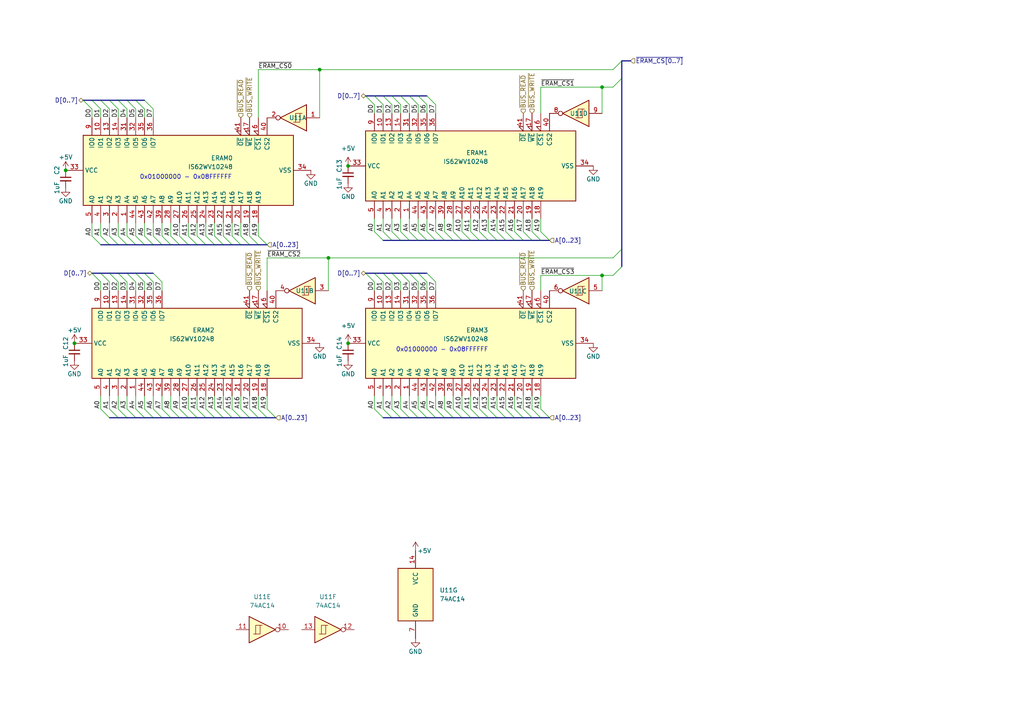
<source format=kicad_sch>
(kicad_sch (version 20211123) (generator eeschema)
  (paper "A4")
  (lib_symbols
    (symbol "74xx:74HC14" (pin_names (offset 1.016))
      (property "Reference" "U" (at 0 1.27 0))
      (property "Value" "74HC14" (at 0 -1.27 0))
      (symbol "74HC14_1_0"
        (polyline (pts (xy -3.81 3.81) (xy -3.81 -3.81) (xy 3.81 0) (xy -3.81 3.81)) (stroke (width 0.254)) (fill (type background)))
        (pin input line (at -7.62 0 0) (length 3.81) (name "~") (number "1"))
        (pin output inverted (at 7.62 0 180) (length 3.81) (name "~") (number "2"))
      )
      (symbol "74HC14_1_1"
        (polyline (pts (xy -1.905 -1.27) (xy -1.905 1.27) (xy -0.635 1.27)))
        (polyline (pts (xy -2.54 -1.27) (xy -0.635 -1.27) (xy -0.635 1.27) (xy 0 1.27)))
      )
      (symbol "74HC14_2_0"
        (polyline (pts (xy -3.81 3.81) (xy -3.81 -3.81) (xy 3.81 0) (xy -3.81 3.81)) (stroke (width 0.254)) (fill (type background)))
        (pin input line (at -7.62 0 0) (length 3.81) (name "~") (number "3"))
        (pin output inverted (at 7.62 0 180) (length 3.81) (name "~") (number "4"))
      )
      (symbol "74HC14_2_1"
        (polyline (pts (xy -1.905 -1.27) (xy -1.905 1.27) (xy -0.635 1.27)))
        (polyline (pts (xy -2.54 -1.27) (xy -0.635 -1.27) (xy -0.635 1.27) (xy 0 1.27)))
      )
      (symbol "74HC14_3_0"
        (polyline (pts (xy -3.81 3.81) (xy -3.81 -3.81) (xy 3.81 0) (xy -3.81 3.81)) (stroke (width 0.254)) (fill (type background)))
        (pin input line (at -7.62 0 0) (length 3.81) (name "~") (number "5"))
        (pin output inverted (at 7.62 0 180) (length 3.81) (name "~") (number "6"))
      )
      (symbol "74HC14_3_1"
        (polyline (pts (xy -1.905 -1.27) (xy -1.905 1.27) (xy -0.635 1.27)))
        (polyline (pts (xy -2.54 -1.27) (xy -0.635 -1.27) (xy -0.635 1.27) (xy 0 1.27)))
      )
      (symbol "74HC14_4_0"
        (polyline (pts (xy -3.81 3.81) (xy -3.81 -3.81) (xy 3.81 0) (xy -3.81 3.81)) (stroke (width 0.254)) (fill (type background)))
        (pin output inverted (at 7.62 0 180) (length 3.81) (name "~") (number "8"))
        (pin input line (at -7.62 0 0) (length 3.81) (name "~") (number "9"))
      )
      (symbol "74HC14_4_1"
        (polyline (pts (xy -1.905 -1.27) (xy -1.905 1.27) (xy -0.635 1.27)))
        (polyline (pts (xy -2.54 -1.27) (xy -0.635 -1.27) (xy -0.635 1.27) (xy 0 1.27)))
      )
      (symbol "74HC14_5_0"
        (polyline (pts (xy -3.81 3.81) (xy -3.81 -3.81) (xy 3.81 0) (xy -3.81 3.81)) (stroke (width 0.254)) (fill (type background)))
        (pin output inverted (at 7.62 0 180) (length 3.81) (name "~") (number "10"))
        (pin input line (at -7.62 0 0) (length 3.81) (name "~") (number "11"))
      )
      (symbol "74HC14_5_1"
        (polyline (pts (xy -1.905 -1.27) (xy -1.905 1.27) (xy -0.635 1.27)))
        (polyline (pts (xy -2.54 -1.27) (xy -0.635 -1.27) (xy -0.635 1.27) (xy 0 1.27)))
      )
      (symbol "74HC14_6_0"
        (polyline (pts (xy -3.81 3.81) (xy -3.81 -3.81) (xy 3.81 0) (xy -3.81 3.81)) (stroke (width 0.254)) (fill (type background)))
        (pin output inverted (at 7.62 0 180) (length 3.81) (name "~") (number "12"))
        (pin input line (at -7.62 0 0) (length 3.81) (name "~") (number "13"))
      )
      (symbol "74HC14_6_1"
        (polyline (pts (xy -1.905 -1.27) (xy -1.905 1.27) (xy -0.635 1.27)))
        (polyline (pts (xy -2.54 -1.27) (xy -0.635 -1.27) (xy -0.635 1.27) (xy 0 1.27)))
      )
      (symbol "74HC14_7_0"
        (pin power_in line (at 0 12.7 270) (length 5.08) (name "VCC") (number "14"))
        (pin power_in line (at 0 -12.7 90) (length 5.08) (name "GND") (number "7"))
      )
      (symbol "74HC14_7_1"
        (rectangle (start -5.08 7.62) (end 5.08 -7.62) (stroke (width 0.254)) (fill (type background)))
      )
    )
    (symbol "Custom:IS62WV10248"
      (property "Reference" "U" (at -8.89 31.75 0))
      (property "Value" "IS62WV10248" (at 8.89 31.75 0))
      (symbol "IS62WV10248_0_1"
        (rectangle (start -10.16 30.48) (end 10.16 -30.48) (stroke (width 0.254)) (fill (type background)))
      )
      (symbol "IS62WV10248_1_1"
        (pin input line (at 15.24 17.78 180) (length 5.08) (name "A4") (number "1"))
        (pin bidirectional line (at -15.24 25.4 0) (length 5.08) (name "IO1") (number "10"))
        (pin bidirectional line (at -15.24 22.86 0) (length 5.08) (name "IO2") (number "13"))
        (pin bidirectional line (at -15.24 20.32 0) (length 5.08) (name "IO3") (number "14"))
        (pin input input_low (at -15.24 -17.78 0) (length 5.08) (name "~{WE}") (number "17"))
        (pin input line (at 15.24 -20.32 180) (length 5.08) (name "A19") (number "18"))
        (pin input line (at 15.24 -17.78 180) (length 5.08) (name "A18") (number "19"))
        (pin input line (at 15.24 20.32 180) (length 5.08) (name "A3") (number "2"))
        (pin input line (at 15.24 -15.24 180) (length 5.08) (name "A17") (number "20"))
        (pin input line (at 15.24 -12.7 180) (length 5.08) (name "A16") (number "21"))
        (pin input line (at 15.24 -10.16 180) (length 5.08) (name "A15") (number "22"))
        (pin input line (at 15.24 -7.62 180) (length 5.08) (name "A14") (number "23"))
        (pin input line (at 15.24 -5.08 180) (length 5.08) (name "A13") (number "24"))
        (pin input line (at 15.24 -2.54 180) (length 5.08) (name "A12") (number "25"))
        (pin input line (at 15.24 0 180) (length 5.08) (name "A11") (number "26"))
        (pin input line (at 15.24 2.54 180) (length 5.08) (name "A10") (number "27"))
        (pin input line (at 15.24 5.08 180) (length 5.08) (name "A9") (number "28"))
        (pin input line (at 15.24 22.86 180) (length 5.08) (name "A2") (number "3"))
        (pin bidirectional line (at -15.24 17.78 0) (length 5.08) (name "IO4") (number "31"))
        (pin bidirectional line (at -15.24 15.24 0) (length 5.08) (name "IO5") (number "32"))
        (pin power_in line (at 0 35.56 270) (length 5.08) (name "VCC") (number "33"))
        (pin power_in line (at 0 -35.56 90) (length 5.08) (name "VSS") (number "34"))
        (pin bidirectional line (at -15.24 12.7 0) (length 5.08) (name "IO6") (number "35"))
        (pin bidirectional line (at -15.24 10.16 0) (length 5.08) (name "IO7") (number "36"))
        (pin input line (at 15.24 7.62 180) (length 5.08) (name "A8") (number "39"))
        (pin input line (at 15.24 25.4 180) (length 5.08) (name "A1") (number "4"))
        (pin input line (at -15.24 -22.86 0) (length 5.08) (name "CS2") (number "40"))
        (pin input input_low (at -15.24 -15.24 0) (length 5.08) (name "~{OE}") (number "41"))
        (pin input line (at 15.24 10.16 180) (length 5.08) (name "A7") (number "42"))
        (pin input line (at 15.24 12.7 180) (length 5.08) (name "A6") (number "43"))
        (pin input line (at 15.24 15.24 180) (length 5.08) (name "A5") (number "44"))
        (pin input line (at 15.24 27.94 180) (length 5.08) (name "A0") (number "5"))
        (pin input input_low (at -15.24 -20.32 0) (length 5.08) (name "~{CS1}") (number "6"))
        (pin bidirectional line (at -15.24 27.94 0) (length 5.08) (name "IO0") (number "9"))
      )
    )
    (symbol "Device:C_Small" (pin_numbers hide) (pin_names (offset 0.254) hide)
      (property "Reference" "C" (at 0.254 1.778 0))
      (property "Value" "C_Small" (at 0.254 -2.032 0))
      (symbol "C_Small_0_1"
        (polyline (pts (xy -1.524 -0.508) (xy 1.524 -0.508)) (stroke (width 0.3302)))
        (polyline (pts (xy -1.524 0.508) (xy 1.524 0.508)) (stroke (width 0.3048)))
      )
      (symbol "C_Small_1_1"
        (pin passive line (at 0 2.54 270) (length 2.032) (name "~") (number "1"))
        (pin passive line (at 0 -2.54 90) (length 2.032) (name "~") (number "2"))
      )
    )
    (symbol "power:+5V" (power) (pin_names (offset 0))
      (property "Value" "+5V" (at 0 3.556 0))
      (symbol "+5V_0_1"
        (polyline (pts (xy -0.762 1.27) (xy 0 2.54)))
        (polyline (pts (xy 0 0) (xy 0 2.54)))
        (polyline (pts (xy 0 2.54) (xy 0.762 1.27)))
      )
      (symbol "+5V_1_1"
        (pin power_in line (at 0 0 90) (length 0) hide (name "+5V") (number "1"))
      )
    )
    (symbol "power:GND" (power) (pin_names (offset 0))
      (property "Value" "GND" (at 0 -3.81 0))
      (symbol "GND_0_1"
        (polyline (pts (xy 0 0) (xy 0 -1.27) (xy 1.27 -1.27) (xy 0 -2.54) (xy -1.27 -1.27) (xy 0 -1.27)))
      )
      (symbol "GND_1_1"
        (pin power_in line (at 0 0 270) (length 0) hide (name "GND") (number "1"))
      )
    )
  )
  (junction (at 100.965 99.568))
  (junction (at 100.965 48.133))
  (junction (at 174.625 25.273))
  (junction (at 19.05 49.403))
  (junction (at 92.71 20.193))
  (junction (at 174.625 79.883))
  (junction (at 95.25 74.803))
  (junction (at 21.59 99.568))
  (bus_entry (at 123.825 30.353) (size -2.54 -2.54))
  (bus_entry (at 126.365 118.618) (size 2.54 2.54))
  (bus_entry (at 108.585 81.788) (size -2.54 -2.54))
  (bus_entry (at 111.125 67.183) (size 2.54 2.54))
  (bus_entry (at 69.85 68.453) (size 2.54 2.54))
  (bus_entry (at 67.31 68.453) (size 2.54 2.54))
  (bus_entry (at 34.29 118.618) (size 2.54 2.54))
  (bus_entry (at 108.585 30.353) (size -2.54 -2.54))
  (bus_entry (at 52.07 68.453) (size 2.54 2.54))
  (bus_entry (at 26.67 31.623) (size -2.54 -2.54))
  (bus_entry (at 141.605 67.183) (size 2.54 2.54))
  (bus_entry (at 141.605 118.618) (size 2.54 2.54))
  (bus_entry (at 36.83 31.623) (size -2.54 -2.54))
  (bus_entry (at 180.34 22.733) (size -2.54 2.54))
  (bus_entry (at 62.23 68.453) (size 2.54 2.54))
  (bus_entry (at 34.29 31.623) (size -2.54 -2.54))
  (bus_entry (at 26.67 68.453) (size 2.54 2.54))
  (bus_entry (at 121.285 67.183) (size 2.54 2.54))
  (bus_entry (at 31.75 81.788) (size -2.54 -2.54))
  (bus_entry (at 108.585 67.183) (size 2.54 2.54))
  (bus_entry (at 118.745 67.183) (size 2.54 2.54))
  (bus_entry (at 154.305 67.183) (size 2.54 2.54))
  (bus_entry (at 131.445 118.618) (size 2.54 2.54))
  (bus_entry (at 41.91 31.623) (size -2.54 -2.54))
  (bus_entry (at 31.75 31.623) (size -2.54 -2.54))
  (bus_entry (at 123.825 67.183) (size 2.54 2.54))
  (bus_entry (at 36.83 81.788) (size -2.54 -2.54))
  (bus_entry (at 77.47 118.618) (size 2.54 2.54))
  (bus_entry (at 123.825 118.618) (size 2.54 2.54))
  (bus_entry (at 116.205 30.353) (size -2.54 -2.54))
  (bus_entry (at 52.07 118.618) (size 2.54 2.54))
  (bus_entry (at 116.205 67.183) (size 2.54 2.54))
  (bus_entry (at 111.125 118.618) (size 2.54 2.54))
  (bus_entry (at 74.93 118.618) (size 2.54 2.54))
  (bus_entry (at 146.685 118.618) (size 2.54 2.54))
  (bus_entry (at 123.825 81.788) (size -2.54 -2.54))
  (bus_entry (at 49.53 118.618) (size 2.54 2.54))
  (bus_entry (at 67.31 118.618) (size 2.54 2.54))
  (bus_entry (at 149.225 67.183) (size 2.54 2.54))
  (bus_entry (at 111.125 30.353) (size -2.54 -2.54))
  (bus_entry (at 46.99 118.618) (size 2.54 2.54))
  (bus_entry (at 128.905 118.618) (size 2.54 2.54))
  (bus_entry (at 113.665 67.183) (size 2.54 2.54))
  (bus_entry (at 31.75 118.618) (size 2.54 2.54))
  (bus_entry (at 116.205 81.788) (size -2.54 -2.54))
  (bus_entry (at 34.29 81.788) (size -2.54 -2.54))
  (bus_entry (at 64.77 118.618) (size 2.54 2.54))
  (bus_entry (at 133.985 118.618) (size 2.54 2.54))
  (bus_entry (at 29.21 31.623) (size -2.54 -2.54))
  (bus_entry (at 29.21 68.453) (size 2.54 2.54))
  (bus_entry (at 116.205 118.618) (size 2.54 2.54))
  (bus_entry (at 126.365 67.183) (size 2.54 2.54))
  (bus_entry (at 39.37 68.453) (size 2.54 2.54))
  (bus_entry (at 126.365 81.788) (size -2.54 -2.54))
  (bus_entry (at 41.91 68.453) (size 2.54 2.54))
  (bus_entry (at 44.45 118.618) (size 2.54 2.54))
  (bus_entry (at 139.065 118.618) (size 2.54 2.54))
  (bus_entry (at 49.53 68.453) (size 2.54 2.54))
  (bus_entry (at 54.61 118.618) (size 2.54 2.54))
  (bus_entry (at 154.305 118.618) (size 2.54 2.54))
  (bus_entry (at 108.585 118.618) (size 2.54 2.54))
  (bus_entry (at 59.69 68.453) (size 2.54 2.54))
  (bus_entry (at 156.845 118.618) (size 2.54 2.54))
  (bus_entry (at 180.34 17.653) (size -2.54 2.54))
  (bus_entry (at 44.45 81.788) (size -2.54 -2.54))
  (bus_entry (at 113.665 118.618) (size 2.54 2.54))
  (bus_entry (at 180.34 77.343) (size -2.54 2.54))
  (bus_entry (at 72.39 118.618) (size 2.54 2.54))
  (bus_entry (at 44.45 68.453) (size 2.54 2.54))
  (bus_entry (at 113.665 81.788) (size -2.54 -2.54))
  (bus_entry (at 144.145 118.618) (size 2.54 2.54))
  (bus_entry (at 118.745 30.353) (size -2.54 -2.54))
  (bus_entry (at 62.23 118.618) (size 2.54 2.54))
  (bus_entry (at 149.225 118.618) (size 2.54 2.54))
  (bus_entry (at 118.745 81.788) (size -2.54 -2.54))
  (bus_entry (at 54.61 68.453) (size 2.54 2.54))
  (bus_entry (at 39.37 31.623) (size -2.54 -2.54))
  (bus_entry (at 151.765 67.183) (size 2.54 2.54))
  (bus_entry (at 64.77 68.453) (size 2.54 2.54))
  (bus_entry (at 121.285 30.353) (size -2.54 -2.54))
  (bus_entry (at 131.445 67.183) (size 2.54 2.54))
  (bus_entry (at 121.285 118.618) (size 2.54 2.54))
  (bus_entry (at 151.765 118.618) (size 2.54 2.54))
  (bus_entry (at 69.85 118.618) (size 2.54 2.54))
  (bus_entry (at 36.83 68.453) (size 2.54 2.54))
  (bus_entry (at 46.99 81.788) (size -2.54 -2.54))
  (bus_entry (at 139.065 67.183) (size 2.54 2.54))
  (bus_entry (at 57.15 118.618) (size 2.54 2.54))
  (bus_entry (at 44.45 31.623) (size -2.54 -2.54))
  (bus_entry (at 41.91 118.618) (size 2.54 2.54))
  (bus_entry (at 156.845 67.183) (size 2.54 2.54))
  (bus_entry (at 31.75 68.453) (size 2.54 2.54))
  (bus_entry (at 46.99 68.453) (size 2.54 2.54))
  (bus_entry (at 128.905 67.183) (size 2.54 2.54))
  (bus_entry (at 136.525 67.183) (size 2.54 2.54))
  (bus_entry (at 136.525 118.618) (size 2.54 2.54))
  (bus_entry (at 126.365 30.353) (size -2.54 -2.54))
  (bus_entry (at 41.91 81.788) (size -2.54 -2.54))
  (bus_entry (at 180.34 72.263) (size -2.54 2.54))
  (bus_entry (at 39.37 118.618) (size 2.54 2.54))
  (bus_entry (at 146.685 67.183) (size 2.54 2.54))
  (bus_entry (at 144.145 67.183) (size 2.54 2.54))
  (bus_entry (at 29.21 118.618) (size 2.54 2.54))
  (bus_entry (at 113.665 30.353) (size -2.54 -2.54))
  (bus_entry (at 133.985 67.183) (size 2.54 2.54))
  (bus_entry (at 36.83 118.618) (size 2.54 2.54))
  (bus_entry (at 118.745 118.618) (size 2.54 2.54))
  (bus_entry (at 74.93 68.453) (size 2.54 2.54))
  (bus_entry (at 121.285 81.788) (size -2.54 -2.54))
  (bus_entry (at 111.125 81.788) (size -2.54 -2.54))
  (bus_entry (at 72.39 68.453) (size 2.54 2.54))
  (bus_entry (at 57.15 68.453) (size 2.54 2.54))
  (bus_entry (at 34.29 68.453) (size 2.54 2.54))
  (bus_entry (at 59.69 118.618) (size 2.54 2.54))
  (bus_entry (at 29.21 81.788) (size -2.54 -2.54))
  (bus_entry (at 39.37 81.788) (size -2.54 -2.54))
  (wire (pts (xy 156.845 63.373) (xy 156.845 67.183)))
  (wire (pts (xy 44.45 64.643) (xy 44.45 68.453)))
  (bus (pts (xy 118.745 79.248) (xy 121.285 79.248)))
  (bus (pts (xy 111.125 121.158) (xy 113.665 121.158)))
  (bus (pts (xy 26.67 29.083) (xy 29.21 29.083)))
  (bus (pts (xy 116.205 69.723) (xy 118.745 69.723)))
  (bus (pts (xy 34.29 29.083) (xy 36.83 29.083)))
  (wire (pts (xy 36.83 64.643) (xy 36.83 68.453)))
  (wire (pts (xy 74.93 64.643) (xy 74.93 68.453)))
  (bus (pts (xy 141.605 121.158) (xy 144.145 121.158)))
  (wire (pts (xy 49.53 64.643) (xy 49.53 68.453)))
  (bus (pts (xy 121.285 79.248) (xy 123.825 79.248)))
  (bus (pts (xy 67.31 121.158) (xy 69.85 121.158)))
  (wire (pts (xy 64.77 64.643) (xy 64.77 68.453)))
  (bus (pts (xy 74.93 70.993) (xy 77.47 70.993)))
  (bus (pts (xy 121.285 27.813) (xy 123.825 27.813)))
  (wire (pts (xy 49.53 114.808) (xy 49.53 118.618)))
  (bus (pts (xy 116.205 79.248) (xy 118.745 79.248)))
  (wire (pts (xy 118.745 81.788) (xy 118.745 84.328)))
  (bus (pts (xy 72.39 121.158) (xy 74.93 121.158)))
  (wire (pts (xy 31.75 114.808) (xy 31.75 118.618)))
  (wire (pts (xy 139.065 63.373) (xy 139.065 67.183)))
  (wire (pts (xy 92.71 20.193) (xy 74.93 20.193)))
  (bus (pts (xy 111.125 79.248) (xy 113.665 79.248)))
  (wire (pts (xy 111.125 81.788) (xy 111.125 84.328)))
  (bus (pts (xy 116.205 27.813) (xy 118.745 27.813)))
  (bus (pts (xy 113.665 69.723) (xy 116.205 69.723)))
  (bus (pts (xy 154.305 121.158) (xy 156.845 121.158)))
  (wire (pts (xy 131.445 114.808) (xy 131.445 118.618)))
  (wire (pts (xy 126.365 114.808) (xy 126.365 118.618)))
  (bus (pts (xy 31.75 121.158) (xy 34.29 121.158)))
  (wire (pts (xy 39.37 81.788) (xy 39.37 84.328)))
  (bus (pts (xy 139.065 121.158) (xy 141.605 121.158)))
  (bus (pts (xy 59.69 70.993) (xy 62.23 70.993)))
  (bus (pts (xy 46.99 121.158) (xy 49.53 121.158)))
  (wire (pts (xy 44.45 81.788) (xy 44.45 84.328)))
  (bus (pts (xy 41.91 121.158) (xy 44.45 121.158)))
  (bus (pts (xy 113.665 121.158) (xy 116.205 121.158)))
  (bus (pts (xy 180.34 17.653) (xy 180.34 22.733)))
  (wire (pts (xy 151.765 114.808) (xy 151.765 118.618)))
  (wire (pts (xy 31.75 64.643) (xy 31.75 68.453)))
  (wire (pts (xy 62.23 64.643) (xy 62.23 68.453)))
  (wire (pts (xy 74.93 20.193) (xy 74.93 34.163)))
  (wire (pts (xy 41.91 64.643) (xy 41.91 68.453)))
  (bus (pts (xy 180.34 22.733) (xy 180.34 72.263)))
  (wire (pts (xy 126.365 63.373) (xy 126.365 67.183)))
  (wire (pts (xy 128.905 114.808) (xy 128.905 118.618)))
  (wire (pts (xy 133.985 114.808) (xy 133.985 118.618)))
  (wire (pts (xy 46.99 114.808) (xy 46.99 118.618)))
  (wire (pts (xy 39.37 114.808) (xy 39.37 118.618)))
  (wire (pts (xy 156.845 79.883) (xy 156.845 84.328)))
  (bus (pts (xy 67.31 70.993) (xy 69.85 70.993)))
  (wire (pts (xy 29.21 31.623) (xy 29.21 34.163)))
  (bus (pts (xy 133.985 121.158) (xy 136.525 121.158)))
  (wire (pts (xy 149.225 63.373) (xy 149.225 67.183)))
  (bus (pts (xy 49.53 121.158) (xy 52.07 121.158)))
  (bus (pts (xy 136.525 69.723) (xy 139.065 69.723)))
  (wire (pts (xy 34.29 64.643) (xy 34.29 68.453)))
  (wire (pts (xy 128.905 63.373) (xy 128.905 67.183)))
  (wire (pts (xy 39.37 64.643) (xy 39.37 68.453)))
  (wire (pts (xy 26.67 31.623) (xy 26.67 34.163)))
  (wire (pts (xy 144.145 114.808) (xy 144.145 118.618)))
  (bus (pts (xy 116.205 121.158) (xy 118.745 121.158)))
  (bus (pts (xy 59.69 121.158) (xy 62.23 121.158)))
  (wire (pts (xy 131.445 63.373) (xy 131.445 67.183)))
  (bus (pts (xy 111.125 69.723) (xy 113.665 69.723)))
  (bus (pts (xy 46.99 70.993) (xy 49.53 70.993)))
  (bus (pts (xy 118.745 27.813) (xy 121.285 27.813)))
  (wire (pts (xy 36.83 114.808) (xy 36.83 118.618)))
  (bus (pts (xy 180.34 72.263) (xy 180.34 77.343)))
  (bus (pts (xy 69.85 121.158) (xy 72.39 121.158)))
  (bus (pts (xy 36.83 29.083) (xy 39.37 29.083)))
  (bus (pts (xy 128.905 121.158) (xy 131.445 121.158)))
  (bus (pts (xy 52.07 70.993) (xy 54.61 70.993)))
  (wire (pts (xy 74.93 114.808) (xy 74.93 118.618)))
  (wire (pts (xy 121.285 81.788) (xy 121.285 84.328)))
  (bus (pts (xy 54.61 121.158) (xy 57.15 121.158)))
  (wire (pts (xy 123.825 114.808) (xy 123.825 118.618)))
  (wire (pts (xy 31.75 31.623) (xy 31.75 34.163)))
  (bus (pts (xy 156.845 121.158) (xy 159.385 121.158)))
  (bus (pts (xy 39.37 70.993) (xy 41.91 70.993)))
  (wire (pts (xy 26.67 64.643) (xy 26.67 68.453)))
  (bus (pts (xy 118.745 69.723) (xy 121.285 69.723)))
  (bus (pts (xy 149.225 69.723) (xy 151.765 69.723)))
  (wire (pts (xy 52.07 114.808) (xy 52.07 118.618)))
  (bus (pts (xy 108.585 27.813) (xy 111.125 27.813)))
  (bus (pts (xy 126.365 69.723) (xy 128.905 69.723)))
  (bus (pts (xy 34.29 70.993) (xy 36.83 70.993)))
  (bus (pts (xy 29.21 79.248) (xy 31.75 79.248)))
  (bus (pts (xy 113.665 27.813) (xy 116.205 27.813)))
  (bus (pts (xy 36.83 79.248) (xy 39.37 79.248)))
  (bus (pts (xy 151.765 69.723) (xy 154.305 69.723)))
  (bus (pts (xy 131.445 121.158) (xy 133.985 121.158)))
  (wire (pts (xy 31.75 81.788) (xy 31.75 84.328)))
  (wire (pts (xy 69.85 64.643) (xy 69.85 68.453)))
  (bus (pts (xy 39.37 29.083) (xy 41.91 29.083)))
  (wire (pts (xy 108.585 114.808) (xy 108.585 118.618)))
  (wire (pts (xy 67.31 64.643) (xy 67.31 68.453)))
  (wire (pts (xy 174.625 25.273) (xy 156.845 25.273)))
  (wire (pts (xy 34.29 81.788) (xy 34.29 84.328)))
  (wire (pts (xy 41.91 81.788) (xy 41.91 84.328)))
  (wire (pts (xy 113.665 63.373) (xy 113.665 67.183)))
  (bus (pts (xy 123.825 69.723) (xy 126.365 69.723)))
  (bus (pts (xy 111.125 27.813) (xy 113.665 27.813)))
  (wire (pts (xy 111.125 30.353) (xy 111.125 32.893)))
  (bus (pts (xy 62.23 121.158) (xy 64.77 121.158)))
  (wire (pts (xy 136.525 63.373) (xy 136.525 67.183)))
  (wire (pts (xy 95.25 74.803) (xy 95.25 84.328)))
  (wire (pts (xy 62.23 114.808) (xy 62.23 118.618)))
  (wire (pts (xy 72.39 64.643) (xy 72.39 68.453)))
  (wire (pts (xy 139.065 114.808) (xy 139.065 118.618)))
  (bus (pts (xy 26.67 79.248) (xy 29.21 79.248)))
  (bus (pts (xy 44.45 121.158) (xy 46.99 121.158)))
  (wire (pts (xy 29.21 81.788) (xy 29.21 84.328)))
  (wire (pts (xy 141.605 63.373) (xy 141.605 67.183)))
  (bus (pts (xy 108.585 79.248) (xy 111.125 79.248)))
  (bus (pts (xy 34.29 121.158) (xy 36.83 121.158)))
  (bus (pts (xy 182.88 17.653) (xy 180.34 17.653)))
  (bus (pts (xy 128.905 69.723) (xy 131.445 69.723)))
  (wire (pts (xy 121.285 30.353) (xy 121.285 32.893)))
  (wire (pts (xy 113.665 81.788) (xy 113.665 84.328)))
  (bus (pts (xy 144.145 69.723) (xy 146.685 69.723)))
  (bus (pts (xy 39.37 79.248) (xy 41.91 79.248)))
  (wire (pts (xy 113.665 114.808) (xy 113.665 118.618)))
  (wire (pts (xy 64.77 114.808) (xy 64.77 118.618)))
  (wire (pts (xy 177.8 74.803) (xy 95.25 74.803)))
  (wire (pts (xy 156.845 79.883) (xy 174.625 79.883)))
  (bus (pts (xy 31.75 29.083) (xy 34.29 29.083)))
  (bus (pts (xy 121.285 121.158) (xy 123.825 121.158)))
  (bus (pts (xy 34.29 79.248) (xy 36.83 79.248)))
  (wire (pts (xy 156.845 114.808) (xy 156.845 118.618)))
  (wire (pts (xy 121.285 114.808) (xy 121.285 118.618)))
  (bus (pts (xy 151.765 121.158) (xy 154.305 121.158)))
  (bus (pts (xy 31.75 79.248) (xy 34.29 79.248)))
  (bus (pts (xy 24.13 29.083) (xy 26.67 29.083)))
  (wire (pts (xy 54.61 114.808) (xy 54.61 118.618)))
  (wire (pts (xy 111.125 63.373) (xy 111.125 67.183)))
  (wire (pts (xy 113.665 30.353) (xy 113.665 32.893)))
  (bus (pts (xy 131.445 69.723) (xy 133.985 69.723)))
  (wire (pts (xy 52.07 64.643) (xy 52.07 68.453)))
  (wire (pts (xy 92.71 20.193) (xy 92.71 34.163)))
  (wire (pts (xy 121.285 63.373) (xy 121.285 67.183)))
  (wire (pts (xy 29.21 114.808) (xy 29.21 118.618)))
  (wire (pts (xy 156.845 25.273) (xy 156.845 32.893)))
  (bus (pts (xy 29.21 29.083) (xy 31.75 29.083)))
  (wire (pts (xy 34.29 31.623) (xy 34.29 34.163)))
  (wire (pts (xy 177.8 20.193) (xy 92.71 20.193)))
  (bus (pts (xy 62.23 70.993) (xy 64.77 70.993)))
  (bus (pts (xy 64.77 121.158) (xy 67.31 121.158)))
  (bus (pts (xy 31.75 70.993) (xy 34.29 70.993)))
  (bus (pts (xy 52.07 121.158) (xy 54.61 121.158)))
  (bus (pts (xy 44.45 70.993) (xy 46.99 70.993)))
  (wire (pts (xy 149.225 114.808) (xy 149.225 118.618)))
  (bus (pts (xy 139.065 69.723) (xy 141.605 69.723)))
  (bus (pts (xy 72.39 70.993) (xy 74.93 70.993)))
  (wire (pts (xy 59.69 64.643) (xy 59.69 68.453)))
  (wire (pts (xy 151.765 63.373) (xy 151.765 67.183)))
  (wire (pts (xy 174.625 25.273) (xy 174.625 32.893)))
  (wire (pts (xy 111.125 114.808) (xy 111.125 118.618)))
  (bus (pts (xy 149.225 121.158) (xy 151.765 121.158)))
  (bus (pts (xy 106.045 27.813) (xy 108.585 27.813)))
  (bus (pts (xy 36.83 70.993) (xy 39.37 70.993)))
  (bus (pts (xy 29.21 70.993) (xy 31.75 70.993)))
  (wire (pts (xy 146.685 114.808) (xy 146.685 118.618)))
  (wire (pts (xy 123.825 63.373) (xy 123.825 67.183)))
  (wire (pts (xy 57.15 64.643) (xy 57.15 68.453)))
  (wire (pts (xy 141.605 114.808) (xy 141.605 118.618)))
  (wire (pts (xy 174.625 79.883) (xy 177.8 79.883)))
  (wire (pts (xy 108.585 63.373) (xy 108.585 67.183)))
  (wire (pts (xy 39.37 31.623) (xy 39.37 34.163)))
  (wire (pts (xy 29.21 64.643) (xy 29.21 68.453)))
  (wire (pts (xy 69.85 114.808) (xy 69.85 118.618)))
  (wire (pts (xy 54.61 64.643) (xy 54.61 68.453)))
  (wire (pts (xy 118.745 30.353) (xy 118.745 32.893)))
  (bus (pts (xy 123.825 121.158) (xy 126.365 121.158)))
  (wire (pts (xy 136.525 114.808) (xy 136.525 118.618)))
  (bus (pts (xy 141.605 69.723) (xy 144.145 69.723)))
  (wire (pts (xy 116.205 30.353) (xy 116.205 32.893)))
  (wire (pts (xy 123.825 81.788) (xy 123.825 84.328)))
  (wire (pts (xy 77.47 74.803) (xy 77.47 84.328)))
  (bus (pts (xy 49.53 70.993) (xy 52.07 70.993)))
  (bus (pts (xy 146.685 121.158) (xy 149.225 121.158)))
  (bus (pts (xy 54.61 70.993) (xy 57.15 70.993)))
  (wire (pts (xy 116.205 63.373) (xy 116.205 67.183)))
  (wire (pts (xy 177.8 25.273) (xy 174.625 25.273)))
  (wire (pts (xy 41.91 114.808) (xy 41.91 118.618)))
  (wire (pts (xy 59.69 114.808) (xy 59.69 118.618)))
  (wire (pts (xy 46.99 81.788) (xy 46.99 84.328)))
  (bus (pts (xy 57.15 70.993) (xy 59.69 70.993)))
  (wire (pts (xy 41.91 31.623) (xy 41.91 34.163)))
  (bus (pts (xy 126.365 121.158) (xy 128.905 121.158)))
  (wire (pts (xy 34.29 114.808) (xy 34.29 118.618)))
  (wire (pts (xy 57.15 114.808) (xy 57.15 118.618)))
  (wire (pts (xy 44.45 114.808) (xy 44.45 118.618)))
  (bus (pts (xy 77.47 121.158) (xy 80.01 121.158)))
  (bus (pts (xy 154.305 69.723) (xy 156.845 69.723)))
  (bus (pts (xy 69.85 70.993) (xy 72.39 70.993)))
  (bus (pts (xy 41.91 79.248) (xy 44.45 79.248)))
  (bus (pts (xy 113.665 79.248) (xy 116.205 79.248)))
  (wire (pts (xy 77.47 114.808) (xy 77.47 118.618)))
  (bus (pts (xy 146.685 69.723) (xy 149.225 69.723)))
  (wire (pts (xy 116.205 114.808) (xy 116.205 118.618)))
  (bus (pts (xy 106.045 79.248) (xy 108.585 79.248)))
  (wire (pts (xy 108.585 81.788) (xy 108.585 84.328)))
  (wire (pts (xy 154.305 114.808) (xy 154.305 118.618)))
  (wire (pts (xy 36.83 81.788) (xy 36.83 84.328)))
  (bus (pts (xy 64.77 70.993) (xy 67.31 70.993)))
  (wire (pts (xy 72.39 114.808) (xy 72.39 118.618)))
  (bus (pts (xy 74.93 121.158) (xy 77.47 121.158)))
  (bus (pts (xy 118.745 121.158) (xy 121.285 121.158)))
  (wire (pts (xy 126.365 30.353) (xy 126.365 32.893)))
  (bus (pts (xy 121.285 69.723) (xy 123.825 69.723)))
  (bus (pts (xy 57.15 121.158) (xy 59.69 121.158)))
  (wire (pts (xy 36.83 31.623) (xy 36.83 34.163)))
  (wire (pts (xy 67.31 114.808) (xy 67.31 118.618)))
  (wire (pts (xy 116.205 81.788) (xy 116.205 84.328)))
  (bus (pts (xy 39.37 121.158) (xy 41.91 121.158)))
  (wire (pts (xy 133.985 63.373) (xy 133.985 67.183)))
  (wire (pts (xy 118.745 63.373) (xy 118.745 67.183)))
  (wire (pts (xy 154.305 63.373) (xy 154.305 67.183)))
  (bus (pts (xy 156.845 69.723) (xy 159.385 69.723)))
  (bus (pts (xy 41.91 70.993) (xy 44.45 70.993)))
  (wire (pts (xy 95.25 74.803) (xy 77.47 74.803)))
  (bus (pts (xy 36.83 121.158) (xy 39.37 121.158)))
  (wire (pts (xy 46.99 64.643) (xy 46.99 68.453)))
  (wire (pts (xy 126.365 81.788) (xy 126.365 84.328)))
  (bus (pts (xy 133.985 69.723) (xy 136.525 69.723)))
  (wire (pts (xy 118.745 114.808) (xy 118.745 118.618)))
  (wire (pts (xy 123.825 30.353) (xy 123.825 32.893)))
  (bus (pts (xy 136.525 121.158) (xy 139.065 121.158)))
  (wire (pts (xy 44.45 31.623) (xy 44.45 34.163)))
  (bus (pts (xy 144.145 121.158) (xy 146.685 121.158)))
  (wire (pts (xy 174.625 84.328) (xy 174.625 79.883)))
  (wire (pts (xy 108.585 30.353) (xy 108.585 32.893)))
  (wire (pts (xy 146.685 63.373) (xy 146.685 67.183)))
  (wire (pts (xy 144.145 63.373) (xy 144.145 67.183)))
  (text "0x01000000 - 0x08FFFFFF" (at 67.31 52.197 180) (effects (font (size 1.27 1.27)) (justify right bottom)))
  (text "0x01000000 - 0x08FFFFFF" (at 114.808 102.235 0) (effects (font (size 1.27 1.27)) (justify left bottom)))
  (label "A1" (at 111.125 118.618 90))
  (label "A17" (at 151.765 67.183 90))
  (label "D1" (at 111.125 32.893 90))
  (label "A13" (at 59.69 68.453 90))
  (label "D7" (at 46.99 84.328 90))
  (label "D6" (at 41.91 34.163 90))
  (label "A11" (at 136.525 67.183 90))
  (label "A19" (at 156.845 118.618 90))
  (label "A11" (at 136.525 118.618 90))
  (label "D5" (at 121.285 32.893 90))
  (label "A10" (at 133.985 67.183 90))
  (label "D6" (at 123.825 84.328 90))
  (label "A11" (at 54.61 68.453 90))
  (label "D0" (at 108.585 84.328 90))
  (label "A15" (at 64.77 68.453 90))
  (label "A5" (at 41.91 118.618 90))
  (label "A7" (at 44.45 68.453 90))
  (label "A8" (at 46.99 68.453 90))
  (label "A16" (at 149.225 118.618 90))
  (label "A2" (at 31.75 68.453 90))
  (label "A4" (at 118.745 118.618 90))
  (label "D1" (at 31.75 84.328 90))
  (label "A1" (at 29.21 68.453 90))
  (label "A6" (at 44.45 118.618 90))
  (label "A0" (at 29.21 118.618 90))
  (label "D3" (at 36.83 84.328 90))
  (label "A16" (at 149.225 67.183 90))
  (label "D1" (at 111.125 84.328 90))
  (label "A7" (at 46.99 118.618 90))
  (label "A2" (at 34.29 118.618 90))
  (label "~{ERAM_CS0}" (at 74.93 20.193 0))
  (label "D0" (at 26.67 34.163 90))
  (label "A16" (at 67.31 68.453 90))
  (label "D4" (at 39.37 84.328 90))
  (label "A2" (at 113.665 118.618 90))
  (label "D4" (at 118.745 32.893 90))
  (label "A13" (at 141.605 118.618 90))
  (label "A5" (at 121.285 67.183 90))
  (label "~{ERAM_CS2}" (at 77.47 74.803 0))
  (label "A4" (at 39.37 118.618 90))
  (label "D3" (at 116.205 84.328 90))
  (label "A11" (at 57.15 118.618 90))
  (label "A10" (at 54.61 118.618 90))
  (label "A14" (at 144.145 67.183 90))
  (label "A12" (at 57.15 68.453 90))
  (label "A10" (at 133.985 118.618 90))
  (label "A8" (at 128.905 67.183 90))
  (label "D5" (at 39.37 34.163 90))
  (label "D1" (at 29.21 34.163 90))
  (label "D6" (at 123.825 32.893 90))
  (label "A17" (at 151.765 118.618 90))
  (label "A12" (at 59.69 118.618 90))
  (label "D0" (at 29.21 84.328 90))
  (label "A19" (at 156.845 67.183 90))
  (label "A16" (at 69.85 118.618 90))
  (label "D0" (at 108.585 32.893 90))
  (label "A15" (at 146.685 118.618 90))
  (label "A4" (at 118.745 67.183 90))
  (label "A18" (at 74.93 118.618 90))
  (label "A9" (at 52.07 118.618 90))
  (label "D2" (at 113.665 32.893 90))
  (label "A4" (at 36.83 68.453 90))
  (label "~{ERAM_CS1}" (at 156.845 25.273 0))
  (label "D2" (at 31.75 34.163 90))
  (label "A12" (at 139.065 67.183 90))
  (label "A15" (at 146.685 67.183 90))
  (label "A13" (at 62.23 118.618 90))
  (label "~{ERAM_CS3}" (at 156.845 79.883 0))
  (label "D4" (at 118.745 84.328 90))
  (label "A7" (at 126.365 118.618 90))
  (label "A8" (at 49.53 118.618 90))
  (label "D7" (at 126.365 32.893 90))
  (label "A1" (at 31.75 118.618 90))
  (label "A8" (at 128.905 118.618 90))
  (label "D3" (at 116.205 32.893 90))
  (label "A3" (at 36.83 118.618 90))
  (label "A3" (at 116.205 67.183 90))
  (label "A9" (at 49.53 68.453 90))
  (label "D5" (at 41.91 84.328 90))
  (label "A14" (at 144.145 118.618 90))
  (label "D6" (at 44.45 84.328 90))
  (label "A5" (at 121.285 118.618 90))
  (label "A14" (at 64.77 118.618 90))
  (label "A6" (at 123.825 67.183 90))
  (label "A0" (at 108.585 118.618 90))
  (label "A1" (at 111.125 67.183 90))
  (label "A10" (at 52.07 68.453 90))
  (label "A6" (at 41.91 68.453 90))
  (label "D2" (at 34.29 84.328 90))
  (label "A15" (at 67.31 118.618 90))
  (label "A12" (at 139.065 118.618 90))
  (label "A2" (at 113.665 67.183 90))
  (label "A18" (at 72.39 68.453 90))
  (label "D5" (at 121.285 84.328 90))
  (label "A3" (at 34.29 68.453 90))
  (label "A0" (at 26.67 68.453 90))
  (label "A0" (at 108.585 67.183 90))
  (label "D3" (at 34.29 34.163 90))
  (label "A6" (at 123.825 118.618 90))
  (label "A17" (at 72.39 118.618 90))
  (label "A19" (at 74.93 68.453 90))
  (label "A17" (at 69.85 68.453 90))
  (label "A13" (at 141.605 67.183 90))
  (label "D7" (at 126.365 84.328 90))
  (label "D2" (at 113.665 84.328 90))
  (label "A3" (at 116.205 118.618 90))
  (label "A9" (at 131.445 67.183 90))
  (label "A18" (at 154.305 118.618 90))
  (label "A18" (at 154.305 67.183 90))
  (label "A5" (at 39.37 68.453 90))
  (label "A19" (at 77.47 118.618 90))
  (label "A14" (at 62.23 68.453 90))
  (label "A7" (at 126.365 67.183 90))
  (label "A9" (at 131.445 118.618 90))
  (label "D4" (at 36.83 34.163 90))
  (label "D7" (at 44.45 34.163 90))
  (hierarchical_label "~{ERAM_CS[0..7]}" (shape input) (at 182.88 17.653 0))
  (hierarchical_label "A[0..23]" (shape input) (at 159.385 69.723 0))
  (hierarchical_label "~{BUS_READ}" (shape input) (at 151.765 32.893 90))
  (hierarchical_label "A[0..23]" (shape input) (at 80.01 121.158 0))
  (hierarchical_label "D[0..7]" (shape bidirectional) (at 26.67 79.248 180))
  (hierarchical_label "~{BUS_READ}" (shape input) (at 69.85 34.163 90))
  (hierarchical_label "~{BUS_READ}" (shape input) (at 151.765 84.328 90))
  (hierarchical_label "D[0..7]" (shape bidirectional) (at 106.045 79.248 180))
  (hierarchical_label "~{BUS_READ}" (shape input) (at 72.39 84.328 90))
  (hierarchical_label "~{BUS_WRITE}" (shape input) (at 74.93 84.328 90))
  (hierarchical_label "~{BUS_WRITE}" (shape input) (at 154.305 32.893 90))
  (hierarchical_label "A[0..23]" (shape input) (at 159.385 121.158 0))
  (hierarchical_label "~{BUS_WRITE}" (shape input) (at 72.39 34.163 90))
  (hierarchical_label "A[0..23]" (shape input) (at 77.47 70.993 0))
  (hierarchical_label "D[0..7]" (shape bidirectional) (at 106.045 27.813 180))
  (hierarchical_label "~{BUS_WRITE}" (shape input) (at 154.305 84.328 90))
  (hierarchical_label "D[0..7]" (shape bidirectional) (at 24.13 29.083 180))
  (symbol (lib_id "Device:C_Small") (at 21.59 102.108 0) (unit 1)
    (property "Reference" "C12" (at 19.05 99.568 90))
    (property "Value" "1uF" (at 19.05 104.648 90))
    (property "Footprint" "Capacitor_SMD:C_1210_3225Metric_Pad1.33x2.70mm_HandSolder" (effects hide))
  )
  (symbol (lib_id "power:+5V") (at 100.965 48.133 0) (unit 1)
    (property "Reference" "#PWR0121" (effects hide))
    (property "Value" "+5V" (at 100.965 43.053 0))
  )
  (symbol (lib_id "74xx:74HC14") (at 95.123 182.626 0) (unit 6)
    (property "Reference" "U11" (at 95.123 173.101 0))
    (property "Value" "74AC14" (at 95.123 175.641 0))
    (property "Footprint" "Package_SO:TSSOP-14_4.4x5mm_P0.65mm" (effects hide))
    (property "Datasheet" "https://www.ti.com/lit/ds/symlink/sn74ac14.pdf" (effects hide))
  )
  (symbol (lib_id "Custom:IS62WV10248") (at 136.525 99.568 90) (mirror x) (unit 1)
    (property "Reference" "ERAM3" (at 141.605 95.758 90) (effects (justify left)))
    (property "Value" "IS62WV10248" (at 141.605 98.298 90) (effects (justify left)))
    (property "Footprint" "Package_SO:TSOP-II-44_10.16x18.41mm_P0.8mm" (effects hide))
    (property "Datasheet" "https://www.issi.com/WW/pdf/62-65WV10248EALL-BLL.pdf" (effects hide))
  )
  (symbol (lib_id "power:+5V") (at 21.59 99.568 0) (unit 1)
    (property "Reference" "#PWR0110" (effects hide))
    (property "Value" "+5V" (at 21.59 95.758 0))
  )
  (symbol (lib_id "Custom:IS62WV10248") (at 54.61 49.403 90) (mirror x) (unit 1)
    (property "Reference" "ERAM0" (at 67.564 45.847 90) (effects (justify left)))
    (property "Value" "IS62WV10248" (at 67.564 48.387 90) (effects (justify left)))
    (property "Footprint" "Package_SO:TSOP-II-44_10.16x18.41mm_P0.8mm" (effects hide))
    (property "Datasheet" "https://www.issi.com/WW/pdf/62-65WV10248EALL-BLL.pdf" (effects hide))
  )
  (symbol (lib_id "power:+5V") (at 120.523 159.766 0) (unit 1)
    (property "Reference" "#PWR054" (effects hide))
    (property "Value" "+5V" (at 123.063 159.766 0))
  )
  (symbol (lib_id "power:GND") (at 100.965 53.213 0) (mirror y) (unit 1)
    (property "Reference" "#PWR0120" (effects hide))
    (property "Value" "GND" (at 100.965 57.023 0))
  )
  (symbol (lib_id "74xx:74HC14") (at 167.005 84.328 180) (unit 3)
    (property "Reference" "U11" (at 167.64 84.455 0))
    (property "Value" "74AC14" (effects hide))
    (property "Footprint" "Package_SO:TSSOP-14_4.4x5mm_P0.65mm" (effects hide))
    (property "Datasheet" "https://www.ti.com/lit/ds/symlink/sn74ac14.pdf" (effects hide))
  )
  (symbol (lib_id "power:GND") (at 90.17 49.403 0) (mirror y) (unit 1)
    (property "Reference" "#PWR0106" (effects hide))
    (property "Value" "GND" (at 90.17 53.213 0))
  )
  (symbol (lib_id "74xx:74HC14") (at 167.005 32.893 180) (unit 4)
    (property "Reference" "U11" (at 167.894 32.893 0))
    (property "Value" "74AC14" (effects hide))
    (property "Footprint" "Package_SO:TSSOP-14_4.4x5mm_P0.65mm" (effects hide))
    (property "Datasheet" "https://www.ti.com/lit/ds/symlink/sn74ac14.pdf" (effects hide))
  )
  (symbol (lib_id "power:GND") (at 120.523 185.166 0) (mirror y) (unit 1)
    (property "Reference" "#PWR055" (effects hide))
    (property "Value" "GND" (at 120.523 188.976 0))
  )
  (symbol (lib_id "74xx:74HC14") (at 85.09 34.163 180) (unit 1)
    (property "Reference" "U11" (at 86.36 34.163 0))
    (property "Value" "74AC14" (effects hide))
    (property "Footprint" "Package_SO:TSSOP-14_4.4x5mm_P0.65mm" (effects hide))
    (property "Datasheet" "https://www.ti.com/lit/ds/symlink/sn74ac14.pdf" (effects hide))
  )
  (symbol (lib_id "power:+5V") (at 19.05 49.403 0) (mirror y) (unit 1)
    (property "Reference" "#PWR0107" (effects hide))
    (property "Value" "+5V" (at 19.05 45.593 0))
  )
  (symbol (lib_id "power:GND") (at 92.71 99.568 0) (mirror y) (unit 1)
    (property "Reference" "#PWR0111" (effects hide))
    (property "Value" "GND" (at 92.71 103.378 0))
  )
  (symbol (lib_id "power:GND") (at 100.965 104.648 0) (unit 1)
    (property "Reference" "#PWR0119" (effects hide))
    (property "Value" "GND" (at 100.965 108.458 0))
  )
  (symbol (lib_id "74xx:74HC14") (at 87.63 84.328 180) (unit 2)
    (property "Reference" "U11" (at 88.392 84.328 0))
    (property "Value" "74AC14" (effects hide))
    (property "Footprint" "Package_SO:TSSOP-14_4.4x5mm_P0.65mm" (effects hide))
    (property "Datasheet" "https://www.ti.com/lit/ds/symlink/sn74ac14.pdf" (effects hide))
  )
  (symbol (lib_id "Custom:IS62WV10248") (at 57.15 99.568 90) (mirror x) (unit 1)
    (property "Reference" "ERAM2" (at 62.23 95.758 90) (effects (justify left)))
    (property "Value" "IS62WV10248" (at 62.23 98.298 90) (effects (justify left)))
    (property "Footprint" "Package_SO:TSOP-II-44_10.16x18.41mm_P0.8mm" (effects hide))
    (property "Datasheet" "https://www.issi.com/WW/pdf/62-65WV10248EALL-BLL.pdf" (effects hide))
  )
  (symbol (lib_id "power:GND") (at 21.59 104.648 0) (unit 1)
    (property "Reference" "#PWR0109" (effects hide))
    (property "Value" "GND" (at 21.59 108.458 0))
  )
  (symbol (lib_id "Device:C_Small") (at 100.965 50.673 0) (mirror y) (unit 1)
    (property "Reference" "C13" (at 98.425 48.133 90))
    (property "Value" "1uF" (at 98.425 53.213 90))
    (property "Footprint" "Capacitor_THT:CP_Radial_D8.0mm_P3.80mm" (effects hide))
  )
  (symbol (lib_id "Custom:IS62WV10248") (at 136.525 48.133 90) (mirror x) (unit 1)
    (property "Reference" "ERAM1" (at 141.605 44.323 90) (effects (justify left)))
    (property "Value" "IS62WV10248" (at 141.605 46.863 90) (effects (justify left)))
    (property "Footprint" "Package_SO:TSOP-II-44_10.16x18.41mm_P0.8mm" (effects hide))
    (property "Datasheet" "https://www.issi.com/WW/pdf/62-65WV10248EALL-BLL.pdf" (effects hide))
  )
  (symbol (lib_id "power:GND") (at 19.05 54.483 0) (mirror y) (unit 1)
    (property "Reference" "#PWR0108" (effects hide))
    (property "Value" "GND" (at 19.05 58.293 0))
  )
  (symbol (lib_id "power:GND") (at 172.085 48.133 0) (mirror y) (unit 1)
    (property "Reference" "#PWR0122" (effects hide))
    (property "Value" "GND" (at 172.085 51.943 0))
  )
  (symbol (lib_id "74xx:74HC14") (at 120.523 172.466 0) (unit 7)
    (property "Reference" "U11" (at 127.508 171.1959 0) (effects (justify left)))
    (property "Value" "74AC14" (at 127.508 173.7359 0) (effects (justify left)))
    (property "Footprint" "Package_SO:TSSOP-14_4.4x5mm_P0.65mm" (effects hide))
    (property "Datasheet" "https://www.ti.com/lit/ds/symlink/sn74ac14.pdf" (effects hide))
  )
  (symbol (lib_id "power:+5V") (at 100.965 99.568 0) (unit 1)
    (property "Reference" "#PWR0115" (effects hide))
    (property "Value" "+5V" (at 100.965 94.488 0))
  )
  (symbol (lib_id "Device:C_Small") (at 19.05 51.943 0) (mirror y) (unit 1)
    (property "Reference" "C2" (at 16.51 49.403 90))
    (property "Value" "1uF" (at 16.51 54.483 90))
    (property "Footprint" "Capacitor_SMD:C_1210_3225Metric_Pad1.33x2.70mm_HandSolder" (effects hide))
  )
  (symbol (lib_id "74xx:74HC14") (at 76.073 182.626 0) (unit 5)
    (property "Reference" "U11" (at 76.073 173.101 0))
    (property "Value" "74AC14" (at 76.073 175.641 0))
    (property "Footprint" "Package_SO:TSSOP-14_4.4x5mm_P0.65mm" (effects hide))
    (property "Datasheet" "https://www.ti.com/lit/ds/symlink/sn74ac14.pdf" (effects hide))
  )
  (symbol (lib_id "Device:C_Small") (at 100.965 102.108 0) (unit 1)
    (property "Reference" "C14" (at 98.425 99.568 90))
    (property "Value" "1uF" (at 98.425 104.648 90))
    (property "Footprint" "Capacitor_THT:CP_Radial_D8.0mm_P3.80mm" (effects hide))
  )
  (symbol (lib_id "power:GND") (at 172.085 99.568 0) (mirror y) (unit 1)
    (property "Reference" "#PWR0112" (effects hide))
    (property "Value" "GND" (at 172.085 103.378 0))
  )
)
</source>
